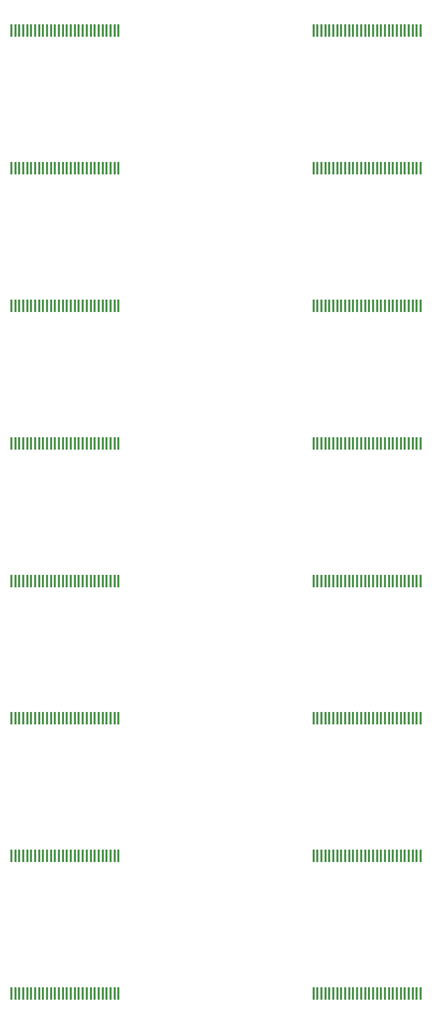
<source format=gbp>
G04 EAGLE Gerber RS-274X export*
G75*
%MOMM*%
%FSLAX34Y34*%
%LPD*%
%INSolderpaste Bottom*%
%IPPOS*%
%AMOC8*
5,1,8,0,0,1.08239X$1,22.5*%
G01*
%ADD10R,0.350000X2.000000*%


D10*
X332750Y97000D03*
X326250Y97000D03*
X319750Y97000D03*
X313250Y97000D03*
X306750Y97000D03*
X300250Y97000D03*
X293750Y97000D03*
X287250Y97000D03*
X280750Y97000D03*
X274250Y97000D03*
X267750Y97000D03*
X261250Y97000D03*
X254750Y97000D03*
X248250Y97000D03*
X241750Y97000D03*
X235250Y97000D03*
X228750Y97000D03*
X222250Y97000D03*
X215750Y97000D03*
X209250Y97000D03*
X202750Y97000D03*
X196250Y97000D03*
X189750Y97000D03*
X183250Y97000D03*
X176750Y97000D03*
X170250Y97000D03*
X163750Y97000D03*
X157250Y97000D03*
X827821Y97000D03*
X821321Y97000D03*
X814821Y97000D03*
X808321Y97000D03*
X801821Y97000D03*
X795321Y97000D03*
X788821Y97000D03*
X782321Y97000D03*
X775821Y97000D03*
X769321Y97000D03*
X762821Y97000D03*
X756321Y97000D03*
X749821Y97000D03*
X743321Y97000D03*
X736821Y97000D03*
X730321Y97000D03*
X723821Y97000D03*
X717321Y97000D03*
X710821Y97000D03*
X704321Y97000D03*
X697821Y97000D03*
X691321Y97000D03*
X684821Y97000D03*
X678321Y97000D03*
X671821Y97000D03*
X665321Y97000D03*
X658821Y97000D03*
X652321Y97000D03*
X332750Y322069D03*
X326250Y322069D03*
X319750Y322069D03*
X313250Y322069D03*
X306750Y322069D03*
X300250Y322069D03*
X293750Y322069D03*
X287250Y322069D03*
X280750Y322069D03*
X274250Y322069D03*
X267750Y322069D03*
X261250Y322069D03*
X254750Y322069D03*
X248250Y322069D03*
X241750Y322069D03*
X235250Y322069D03*
X228750Y322069D03*
X222250Y322069D03*
X215750Y322069D03*
X209250Y322069D03*
X202750Y322069D03*
X196250Y322069D03*
X189750Y322069D03*
X183250Y322069D03*
X176750Y322069D03*
X170250Y322069D03*
X163750Y322069D03*
X157250Y322069D03*
X827821Y322069D03*
X821321Y322069D03*
X814821Y322069D03*
X808321Y322069D03*
X801821Y322069D03*
X795321Y322069D03*
X788821Y322069D03*
X782321Y322069D03*
X775821Y322069D03*
X769321Y322069D03*
X762821Y322069D03*
X756321Y322069D03*
X749821Y322069D03*
X743321Y322069D03*
X736821Y322069D03*
X730321Y322069D03*
X723821Y322069D03*
X717321Y322069D03*
X710821Y322069D03*
X704321Y322069D03*
X697821Y322069D03*
X691321Y322069D03*
X684821Y322069D03*
X678321Y322069D03*
X671821Y322069D03*
X665321Y322069D03*
X658821Y322069D03*
X652321Y322069D03*
X332750Y547164D03*
X326250Y547164D03*
X319750Y547164D03*
X313250Y547164D03*
X306750Y547164D03*
X300250Y547164D03*
X293750Y547164D03*
X287250Y547164D03*
X280750Y547164D03*
X274250Y547164D03*
X267750Y547164D03*
X261250Y547164D03*
X254750Y547164D03*
X248250Y547164D03*
X241750Y547164D03*
X235250Y547164D03*
X228750Y547164D03*
X222250Y547164D03*
X215750Y547164D03*
X209250Y547164D03*
X202750Y547164D03*
X196250Y547164D03*
X189750Y547164D03*
X183250Y547164D03*
X176750Y547164D03*
X170250Y547164D03*
X163750Y547164D03*
X157250Y547164D03*
X827821Y547164D03*
X821321Y547164D03*
X814821Y547164D03*
X808321Y547164D03*
X801821Y547164D03*
X795321Y547164D03*
X788821Y547164D03*
X782321Y547164D03*
X775821Y547164D03*
X769321Y547164D03*
X762821Y547164D03*
X756321Y547164D03*
X749821Y547164D03*
X743321Y547164D03*
X736821Y547164D03*
X730321Y547164D03*
X723821Y547164D03*
X717321Y547164D03*
X710821Y547164D03*
X704321Y547164D03*
X697821Y547164D03*
X691321Y547164D03*
X684821Y547164D03*
X678321Y547164D03*
X671821Y547164D03*
X665321Y547164D03*
X658821Y547164D03*
X652321Y547164D03*
X332750Y772234D03*
X326250Y772234D03*
X319750Y772234D03*
X313250Y772234D03*
X306750Y772234D03*
X300250Y772234D03*
X293750Y772234D03*
X287250Y772234D03*
X280750Y772234D03*
X274250Y772234D03*
X267750Y772234D03*
X261250Y772234D03*
X254750Y772234D03*
X248250Y772234D03*
X241750Y772234D03*
X235250Y772234D03*
X228750Y772234D03*
X222250Y772234D03*
X215750Y772234D03*
X209250Y772234D03*
X202750Y772234D03*
X196250Y772234D03*
X189750Y772234D03*
X183250Y772234D03*
X176750Y772234D03*
X170250Y772234D03*
X163750Y772234D03*
X157250Y772234D03*
X827821Y772234D03*
X821321Y772234D03*
X814821Y772234D03*
X808321Y772234D03*
X801821Y772234D03*
X795321Y772234D03*
X788821Y772234D03*
X782321Y772234D03*
X775821Y772234D03*
X769321Y772234D03*
X762821Y772234D03*
X756321Y772234D03*
X749821Y772234D03*
X743321Y772234D03*
X736821Y772234D03*
X730321Y772234D03*
X723821Y772234D03*
X717321Y772234D03*
X710821Y772234D03*
X704321Y772234D03*
X697821Y772234D03*
X691321Y772234D03*
X684821Y772234D03*
X678321Y772234D03*
X671821Y772234D03*
X665321Y772234D03*
X658821Y772234D03*
X652321Y772234D03*
X332750Y997328D03*
X326250Y997328D03*
X319750Y997328D03*
X313250Y997328D03*
X306750Y997328D03*
X300250Y997328D03*
X293750Y997328D03*
X287250Y997328D03*
X280750Y997328D03*
X274250Y997328D03*
X267750Y997328D03*
X261250Y997328D03*
X254750Y997328D03*
X248250Y997328D03*
X241750Y997328D03*
X235250Y997328D03*
X228750Y997328D03*
X222250Y997328D03*
X215750Y997328D03*
X209250Y997328D03*
X202750Y997328D03*
X196250Y997328D03*
X189750Y997328D03*
X183250Y997328D03*
X176750Y997328D03*
X170250Y997328D03*
X163750Y997328D03*
X157250Y997328D03*
X827821Y997328D03*
X821321Y997328D03*
X814821Y997328D03*
X808321Y997328D03*
X801821Y997328D03*
X795321Y997328D03*
X788821Y997328D03*
X782321Y997328D03*
X775821Y997328D03*
X769321Y997328D03*
X762821Y997328D03*
X756321Y997328D03*
X749821Y997328D03*
X743321Y997328D03*
X736821Y997328D03*
X730321Y997328D03*
X723821Y997328D03*
X717321Y997328D03*
X710821Y997328D03*
X704321Y997328D03*
X697821Y997328D03*
X691321Y997328D03*
X684821Y997328D03*
X678321Y997328D03*
X671821Y997328D03*
X665321Y997328D03*
X658821Y997328D03*
X652321Y997328D03*
X332750Y1222398D03*
X326250Y1222398D03*
X319750Y1222398D03*
X313250Y1222398D03*
X306750Y1222398D03*
X300250Y1222398D03*
X293750Y1222398D03*
X287250Y1222398D03*
X280750Y1222398D03*
X274250Y1222398D03*
X267750Y1222398D03*
X261250Y1222398D03*
X254750Y1222398D03*
X248250Y1222398D03*
X241750Y1222398D03*
X235250Y1222398D03*
X228750Y1222398D03*
X222250Y1222398D03*
X215750Y1222398D03*
X209250Y1222398D03*
X202750Y1222398D03*
X196250Y1222398D03*
X189750Y1222398D03*
X183250Y1222398D03*
X176750Y1222398D03*
X170250Y1222398D03*
X163750Y1222398D03*
X157250Y1222398D03*
X827821Y1222398D03*
X821321Y1222398D03*
X814821Y1222398D03*
X808321Y1222398D03*
X801821Y1222398D03*
X795321Y1222398D03*
X788821Y1222398D03*
X782321Y1222398D03*
X775821Y1222398D03*
X769321Y1222398D03*
X762821Y1222398D03*
X756321Y1222398D03*
X749821Y1222398D03*
X743321Y1222398D03*
X736821Y1222398D03*
X730321Y1222398D03*
X723821Y1222398D03*
X717321Y1222398D03*
X710821Y1222398D03*
X704321Y1222398D03*
X697821Y1222398D03*
X691321Y1222398D03*
X684821Y1222398D03*
X678321Y1222398D03*
X671821Y1222398D03*
X665321Y1222398D03*
X658821Y1222398D03*
X652321Y1222398D03*
X332750Y1447493D03*
X326250Y1447493D03*
X319750Y1447493D03*
X313250Y1447493D03*
X306750Y1447493D03*
X300250Y1447493D03*
X293750Y1447493D03*
X287250Y1447493D03*
X280750Y1447493D03*
X274250Y1447493D03*
X267750Y1447493D03*
X261250Y1447493D03*
X254750Y1447493D03*
X248250Y1447493D03*
X241750Y1447493D03*
X235250Y1447493D03*
X228750Y1447493D03*
X222250Y1447493D03*
X215750Y1447493D03*
X209250Y1447493D03*
X202750Y1447493D03*
X196250Y1447493D03*
X189750Y1447493D03*
X183250Y1447493D03*
X176750Y1447493D03*
X170250Y1447493D03*
X163750Y1447493D03*
X157250Y1447493D03*
X827821Y1447493D03*
X821321Y1447493D03*
X814821Y1447493D03*
X808321Y1447493D03*
X801821Y1447493D03*
X795321Y1447493D03*
X788821Y1447493D03*
X782321Y1447493D03*
X775821Y1447493D03*
X769321Y1447493D03*
X762821Y1447493D03*
X756321Y1447493D03*
X749821Y1447493D03*
X743321Y1447493D03*
X736821Y1447493D03*
X730321Y1447493D03*
X723821Y1447493D03*
X717321Y1447493D03*
X710821Y1447493D03*
X704321Y1447493D03*
X697821Y1447493D03*
X691321Y1447493D03*
X684821Y1447493D03*
X678321Y1447493D03*
X671821Y1447493D03*
X665321Y1447493D03*
X658821Y1447493D03*
X652321Y1447493D03*
X332750Y1672562D03*
X326250Y1672562D03*
X319750Y1672562D03*
X313250Y1672562D03*
X306750Y1672562D03*
X300250Y1672562D03*
X293750Y1672562D03*
X287250Y1672562D03*
X280750Y1672562D03*
X274250Y1672562D03*
X267750Y1672562D03*
X261250Y1672562D03*
X254750Y1672562D03*
X248250Y1672562D03*
X241750Y1672562D03*
X235250Y1672562D03*
X228750Y1672562D03*
X222250Y1672562D03*
X215750Y1672562D03*
X209250Y1672562D03*
X202750Y1672562D03*
X196250Y1672562D03*
X189750Y1672562D03*
X183250Y1672562D03*
X176750Y1672562D03*
X170250Y1672562D03*
X163750Y1672562D03*
X157250Y1672562D03*
X827821Y1672562D03*
X821321Y1672562D03*
X814821Y1672562D03*
X808321Y1672562D03*
X801821Y1672562D03*
X795321Y1672562D03*
X788821Y1672562D03*
X782321Y1672562D03*
X775821Y1672562D03*
X769321Y1672562D03*
X762821Y1672562D03*
X756321Y1672562D03*
X749821Y1672562D03*
X743321Y1672562D03*
X736821Y1672562D03*
X730321Y1672562D03*
X723821Y1672562D03*
X717321Y1672562D03*
X710821Y1672562D03*
X704321Y1672562D03*
X697821Y1672562D03*
X691321Y1672562D03*
X684821Y1672562D03*
X678321Y1672562D03*
X671821Y1672562D03*
X665321Y1672562D03*
X658821Y1672562D03*
X652321Y1672562D03*
M02*

</source>
